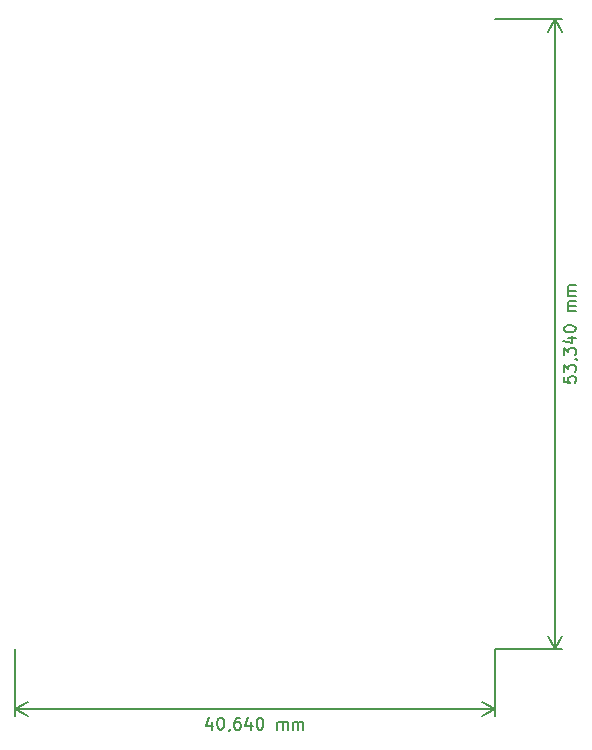
<source format=gbr>
%TF.GenerationSoftware,KiCad,Pcbnew,5.1.4-3.fc31*%
%TF.CreationDate,2019-11-08T16:10:22+01:00*%
%TF.ProjectId,LED_display,4c45445f-6469-4737-906c-61792e6b6963,rev?*%
%TF.SameCoordinates,PX76b1be0PY76b1be0*%
%TF.FileFunction,Other,Comment*%
%FSLAX46Y46*%
G04 Gerber Fmt 4.6, Leading zero omitted, Abs format (unit mm)*
G04 Created by KiCad (PCBNEW 5.1.4-3.fc31) date 2019-11-08 16:10:22*
%MOMM*%
%LPD*%
G04 APERTURE LIST*
%ADD10C,0.150000*%
G04 APERTURE END LIST*
D10*
X46472380Y23050953D02*
X46472380Y22574762D01*
X46948571Y22527143D01*
X46900952Y22574762D01*
X46853333Y22670000D01*
X46853333Y22908096D01*
X46900952Y23003334D01*
X46948571Y23050953D01*
X47043809Y23098572D01*
X47281904Y23098572D01*
X47377142Y23050953D01*
X47424761Y23003334D01*
X47472380Y22908096D01*
X47472380Y22670000D01*
X47424761Y22574762D01*
X47377142Y22527143D01*
X46472380Y23431905D02*
X46472380Y24050953D01*
X46853333Y23717620D01*
X46853333Y23860477D01*
X46900952Y23955715D01*
X46948571Y24003334D01*
X47043809Y24050953D01*
X47281904Y24050953D01*
X47377142Y24003334D01*
X47424761Y23955715D01*
X47472380Y23860477D01*
X47472380Y23574762D01*
X47424761Y23479524D01*
X47377142Y23431905D01*
X47424761Y24527143D02*
X47472380Y24527143D01*
X47567619Y24479524D01*
X47615238Y24431905D01*
X46472380Y24860477D02*
X46472380Y25479524D01*
X46853333Y25146191D01*
X46853333Y25289048D01*
X46900952Y25384286D01*
X46948571Y25431905D01*
X47043809Y25479524D01*
X47281904Y25479524D01*
X47377142Y25431905D01*
X47424761Y25384286D01*
X47472380Y25289048D01*
X47472380Y25003334D01*
X47424761Y24908096D01*
X47377142Y24860477D01*
X46805714Y26336667D02*
X47472380Y26336667D01*
X46424761Y26098572D02*
X47139047Y25860477D01*
X47139047Y26479524D01*
X46472380Y27050953D02*
X46472380Y27146191D01*
X46520000Y27241429D01*
X46567619Y27289048D01*
X46662857Y27336667D01*
X46853333Y27384286D01*
X47091428Y27384286D01*
X47281904Y27336667D01*
X47377142Y27289048D01*
X47424761Y27241429D01*
X47472380Y27146191D01*
X47472380Y27050953D01*
X47424761Y26955715D01*
X47377142Y26908096D01*
X47281904Y26860477D01*
X47091428Y26812858D01*
X46853333Y26812858D01*
X46662857Y26860477D01*
X46567619Y26908096D01*
X46520000Y26955715D01*
X46472380Y27050953D01*
X47472380Y28574762D02*
X46805714Y28574762D01*
X46900952Y28574762D02*
X46853333Y28622381D01*
X46805714Y28717620D01*
X46805714Y28860477D01*
X46853333Y28955715D01*
X46948571Y29003334D01*
X47472380Y29003334D01*
X46948571Y29003334D02*
X46853333Y29050953D01*
X46805714Y29146191D01*
X46805714Y29289048D01*
X46853333Y29384286D01*
X46948571Y29431905D01*
X47472380Y29431905D01*
X47472380Y29908096D02*
X46805714Y29908096D01*
X46900952Y29908096D02*
X46853333Y29955715D01*
X46805714Y30050953D01*
X46805714Y30193810D01*
X46853333Y30289048D01*
X46948571Y30336667D01*
X47472380Y30336667D01*
X46948571Y30336667D02*
X46853333Y30384286D01*
X46805714Y30479524D01*
X46805714Y30622381D01*
X46853333Y30717620D01*
X46948571Y30765239D01*
X47472380Y30765239D01*
X45720000Y0D02*
X45720000Y53340000D01*
X40640000Y0D02*
X46306421Y0D01*
X40640000Y53340000D02*
X46306421Y53340000D01*
X45720000Y53340000D02*
X46306421Y52213496D01*
X45720000Y53340000D02*
X45133579Y52213496D01*
X45720000Y0D02*
X46306421Y1126504D01*
X45720000Y0D02*
X45133579Y1126504D01*
X16653333Y-6165714D02*
X16653333Y-6832380D01*
X16415238Y-5784761D02*
X16177142Y-6499047D01*
X16796190Y-6499047D01*
X17367619Y-5832380D02*
X17462857Y-5832380D01*
X17558095Y-5880000D01*
X17605714Y-5927619D01*
X17653333Y-6022857D01*
X17700952Y-6213333D01*
X17700952Y-6451428D01*
X17653333Y-6641904D01*
X17605714Y-6737142D01*
X17558095Y-6784761D01*
X17462857Y-6832380D01*
X17367619Y-6832380D01*
X17272380Y-6784761D01*
X17224761Y-6737142D01*
X17177142Y-6641904D01*
X17129523Y-6451428D01*
X17129523Y-6213333D01*
X17177142Y-6022857D01*
X17224761Y-5927619D01*
X17272380Y-5880000D01*
X17367619Y-5832380D01*
X18177142Y-6784761D02*
X18177142Y-6832380D01*
X18129523Y-6927619D01*
X18081904Y-6975238D01*
X19034285Y-5832380D02*
X18843809Y-5832380D01*
X18748571Y-5880000D01*
X18700952Y-5927619D01*
X18605714Y-6070476D01*
X18558095Y-6260952D01*
X18558095Y-6641904D01*
X18605714Y-6737142D01*
X18653333Y-6784761D01*
X18748571Y-6832380D01*
X18939047Y-6832380D01*
X19034285Y-6784761D01*
X19081904Y-6737142D01*
X19129523Y-6641904D01*
X19129523Y-6403809D01*
X19081904Y-6308571D01*
X19034285Y-6260952D01*
X18939047Y-6213333D01*
X18748571Y-6213333D01*
X18653333Y-6260952D01*
X18605714Y-6308571D01*
X18558095Y-6403809D01*
X19986666Y-6165714D02*
X19986666Y-6832380D01*
X19748571Y-5784761D02*
X19510476Y-6499047D01*
X20129523Y-6499047D01*
X20700952Y-5832380D02*
X20796190Y-5832380D01*
X20891428Y-5880000D01*
X20939047Y-5927619D01*
X20986666Y-6022857D01*
X21034285Y-6213333D01*
X21034285Y-6451428D01*
X20986666Y-6641904D01*
X20939047Y-6737142D01*
X20891428Y-6784761D01*
X20796190Y-6832380D01*
X20700952Y-6832380D01*
X20605714Y-6784761D01*
X20558095Y-6737142D01*
X20510476Y-6641904D01*
X20462857Y-6451428D01*
X20462857Y-6213333D01*
X20510476Y-6022857D01*
X20558095Y-5927619D01*
X20605714Y-5880000D01*
X20700952Y-5832380D01*
X22224761Y-6832380D02*
X22224761Y-6165714D01*
X22224761Y-6260952D02*
X22272380Y-6213333D01*
X22367619Y-6165714D01*
X22510476Y-6165714D01*
X22605714Y-6213333D01*
X22653333Y-6308571D01*
X22653333Y-6832380D01*
X22653333Y-6308571D02*
X22700952Y-6213333D01*
X22796190Y-6165714D01*
X22939047Y-6165714D01*
X23034285Y-6213333D01*
X23081904Y-6308571D01*
X23081904Y-6832380D01*
X23558095Y-6832380D02*
X23558095Y-6165714D01*
X23558095Y-6260952D02*
X23605714Y-6213333D01*
X23700952Y-6165714D01*
X23843809Y-6165714D01*
X23939047Y-6213333D01*
X23986666Y-6308571D01*
X23986666Y-6832380D01*
X23986666Y-6308571D02*
X24034285Y-6213333D01*
X24129523Y-6165714D01*
X24272380Y-6165714D01*
X24367619Y-6213333D01*
X24415238Y-6308571D01*
X24415238Y-6832380D01*
X0Y-5080000D02*
X40640000Y-5080000D01*
X0Y0D02*
X0Y-5666421D01*
X40640000Y0D02*
X40640000Y-5666421D01*
X40640000Y-5080000D02*
X39513496Y-5666421D01*
X40640000Y-5080000D02*
X39513496Y-4493579D01*
X0Y-5080000D02*
X1126504Y-5666421D01*
X0Y-5080000D02*
X1126504Y-4493579D01*
M02*

</source>
